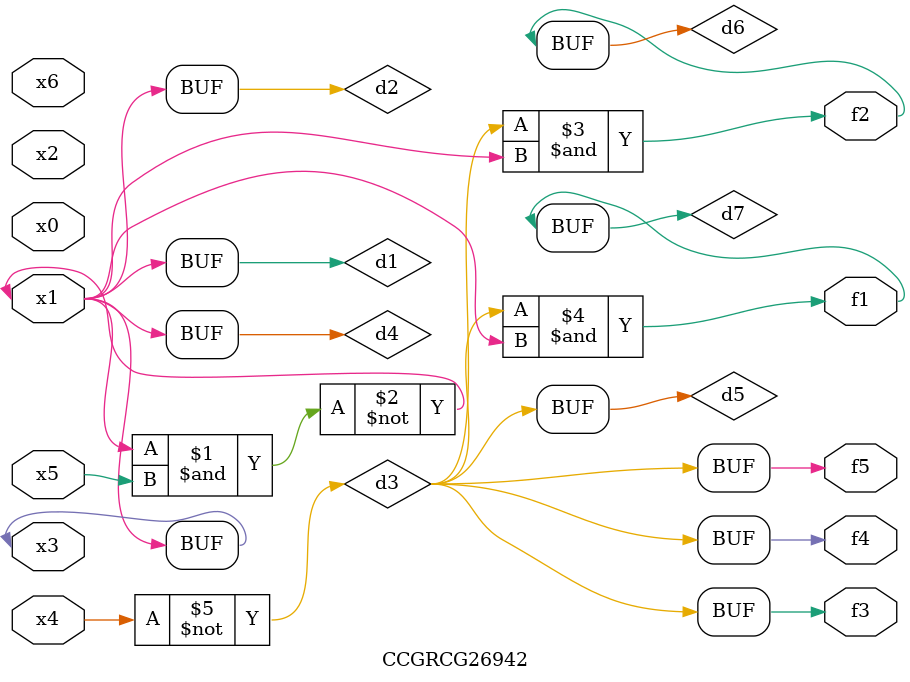
<source format=v>
module CCGRCG26942(
	input x0, x1, x2, x3, x4, x5, x6,
	output f1, f2, f3, f4, f5
);

	wire d1, d2, d3, d4, d5, d6, d7;

	buf (d1, x1, x3);
	nand (d2, x1, x5);
	not (d3, x4);
	buf (d4, d1, d2);
	buf (d5, d3);
	and (d6, d3, d4);
	and (d7, d3, d4);
	assign f1 = d7;
	assign f2 = d6;
	assign f3 = d5;
	assign f4 = d5;
	assign f5 = d5;
endmodule

</source>
